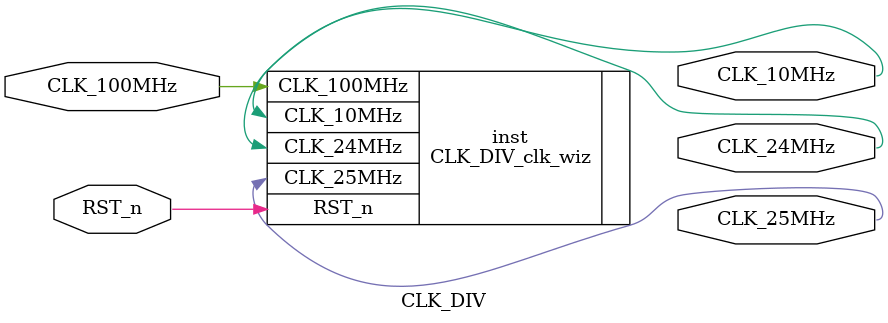
<source format=v>


`timescale 1ps/1ps

(* CORE_GENERATION_INFO = "CLK_DIV,clk_wiz_v5_3_1,{component_name=CLK_DIV,use_phase_alignment=true,use_min_o_jitter=false,use_max_i_jitter=false,use_dyn_phase_shift=false,use_inclk_switchover=false,use_dyn_reconfig=false,enable_axi=0,feedback_source=FDBK_AUTO,PRIMITIVE=MMCM,num_out_clk=3,clkin1_period=10.0,clkin2_period=10.0,use_power_down=false,use_reset=true,use_locked=false,use_inclk_stopped=false,feedback_type=SINGLE,CLOCK_MGR_TYPE=NA,manual_override=false}" *)

module CLK_DIV 
 (
 // Clock in ports
  input         CLK_100MHz,
  // Clock out ports
  output        CLK_10MHz,
  output        CLK_24MHz,
  output        CLK_25MHz,
  // Status and control signals
  input         RST_n
 );

  CLK_DIV_clk_wiz inst
  (
 // Clock in ports
  .CLK_100MHz(CLK_100MHz),
  // Clock out ports  
  .CLK_10MHz(CLK_10MHz),
  .CLK_24MHz(CLK_24MHz),
  .CLK_25MHz(CLK_25MHz),
  // Status and control signals               
  .RST_n(RST_n) 
  );

endmodule

</source>
